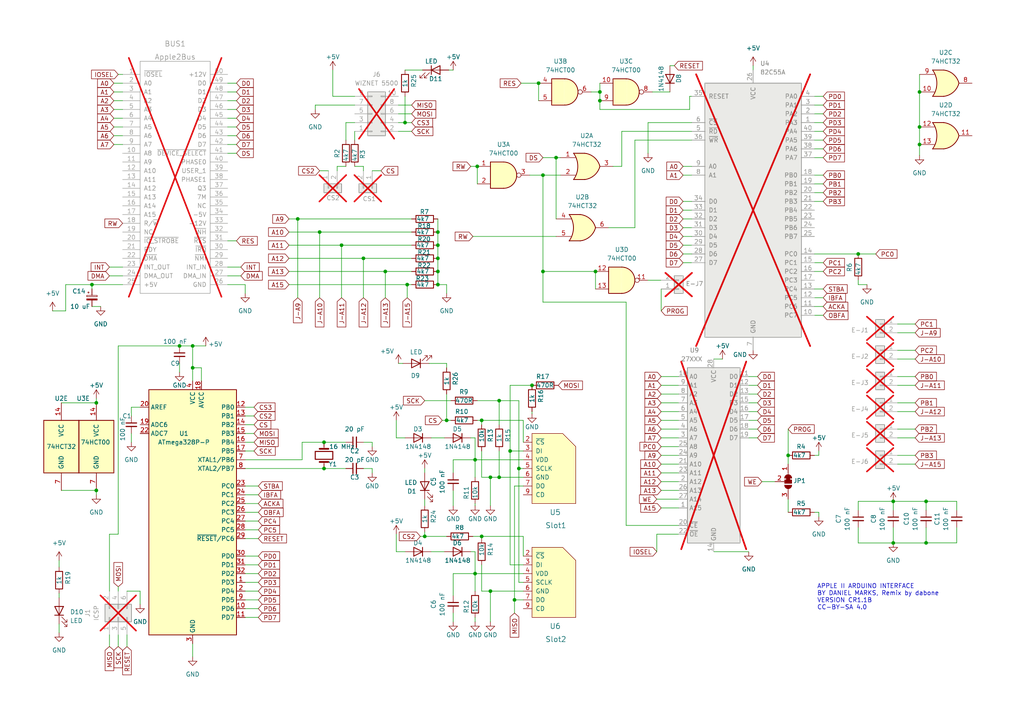
<source format=kicad_sch>
(kicad_sch (version 20231120) (generator "eeschema") (generator_version "8.0")
  (paper "A4")
  (title_block (title "DAN ][ Controller (Cost reduced) ") (date "2025-02-14") (rev "CR1.0A") (company "Original by Daniel L. Marks") (comment 1 "Remix by dabone"))
  (junction (at 27.94 142.24))
  (junction (at 118.11 82.55))
  (junction (at 173.99 26.67))
  (junction (at 52.07 100.33))
  (junction (at 154.305 111.76))
  (junction (at 138.43 48.26))
  (junction (at 137.795 166.37))
  (junction (at 127 67.31))
  (junction (at 259.08 145.415))
  (junction (at 147.955 130.81))
  (junction (at 248.92 73.66))
  (junction (at 129.54 121.92))
  (junction (at 55.88 100.33))
  (junction (at 92.71 67.31))
  (junction (at 55.88 106.68))
  (junction (at 161.29 45.72))
  (junction (at 266.7 41.91))
  (junction (at 266.7 36.83))
  (junction (at 117.475 35.56))
  (junction (at 139.7 155.575))
  (junction (at 99.06 71.12))
  (junction (at 127 82.55))
  (junction (at 144.78 138.43))
  (junction (at 150.495 135.89))
  (junction (at 173.99 29.21))
  (junction (at 142.24 138.43))
  (junction (at 268.605 157.4546))
  (junction (at 144.78 116.205))
  (junction (at 149.225 173.99))
  (junction (at 86.36 63.5))
  (junction (at 157.48 78.74))
  (junction (at 127 71.12))
  (junction (at 137.795 133.35))
  (junction (at 139.7 121.92))
  (junction (at 142.24 171.45))
  (junction (at 228.6 132.08))
  (junction (at 259.08 157.48))
  (junction (at 268.605 145.415))
  (junction (at 93.98 135.89))
  (junction (at 123.19 155.575))
  (junction (at 172.72 78.74))
  (junction (at 26.67 82.55))
  (junction (at 127 78.74))
  (junction (at 157.48 50.8))
  (junction (at 27.94 116.84))
  (junction (at 105.41 74.93))
  (junction (at 127 74.93))
  (junction (at 93.98 128.27))
  (junction (at 156.21 24.13))
  (junction (at 266.7 26.67))
  (junction (at 111.76 78.74))
  (wire (pts (xy 198.12 68.58) (xy 200.66 68.58)))
  (wire (pts (xy 125.095 160.02) (xy 128.905 160.02)))
  (wire (pts (xy 191.77 147.32) (xy 196.85 147.32)))
  (wire (pts (xy 142.24 138.43) (xy 144.78 138.43)))
  (wire (pts (xy 144.78 116.205) (xy 138.43 116.205)))
  (wire (pts (xy 102.87 48.26) (xy 105.41 48.26)))
  (wire (pts (xy 129.54 121.92) (xy 130.81 121.92)))
  (wire (pts (xy 142.24 138.43) (xy 142.24 146.685)))
  (wire (pts (xy 93.98 135.89) (xy 100.33 135.89)))
  (wire (pts (xy 66.04 77.47) (xy 69.85 77.47)))
  (wire (pts (xy 118.11 82.55) (xy 119.38 82.55)))
  (wire (pts (xy 86.36 63.5) (xy 119.38 63.5)))
  (wire (pts (xy 130.175 20.32) (xy 131.445 20.32)))
  (wire (pts (xy 127 74.93) (xy 127 78.74)))
  (wire (pts (xy 228.6 132.08) (xy 228.6 134.62)))
  (wire (pts (xy 260.35 116.84) (xy 265.43 116.84)))
  (wire (pts (xy 236.22 148.59) (xy 237.49 148.59)))
  (wire (pts (xy 191.77 129.54) (xy 196.85 129.54)))
  (wire (pts (xy 131.445 172.72) (xy 131.445 166.37)))
  (wire (pts (xy 236.22 58.42) (xy 238.76 58.42)))
  (wire (pts (xy 217.17 111.76) (xy 219.71 111.76)))
  (wire (pts (xy 177.8 48.26) (xy 180.34 48.26)))
  (wire (pts (xy 102.87 35.56) (xy 100.33 35.56)))
  (wire (pts (xy 260.35 119.38) (xy 265.43 119.38)))
  (wire (pts (xy 83.82 63.5) (xy 86.36 63.5)))
  (wire (pts (xy 107.95 128.27) (xy 105.41 128.27)))
  (wire (pts (xy 200.025 31.75) (xy 200.025 27.94)))
  (wire (pts (xy 127 71.12) (xy 127 74.93)))
  (wire (pts (xy 123.19 154.305) (xy 123.19 155.575)))
  (wire (pts (xy 150.495 116.205) (xy 150.495 135.89)))
  (wire (pts (xy 220.98 139.7) (xy 224.79 139.7)))
  (wire (pts (xy 151.765 121.92) (xy 151.765 128.27)))
  (wire (pts (xy 180.34 48.26) (xy 180.34 38.1)))
  (wire (pts (xy 187.96 35.56) (xy 200.66 35.56)))
  (wire (pts (xy 125.095 127) (xy 128.905 127)))
  (wire (pts (xy 191.77 127) (xy 196.85 127)))
  (wire (pts (xy 71.12 148.59) (xy 74.93 148.59)))
  (wire (pts (xy 277.495 147.955) (xy 277.495 145.415)))
  (wire (pts (xy 99.06 71.12) (xy 99.06 86.36)))
  (wire (pts (xy 114.935 121.92) (xy 114.935 127)))
  (wire (pts (xy 86.36 86.36) (xy 86.36 63.5)))
  (wire (pts (xy 236.22 43.18) (xy 238.76 43.18)))
  (wire (pts (xy 236.22 91.44) (xy 238.76 91.44)))
  (wire (pts (xy 191.77 137.16) (xy 196.85 137.16)))
  (wire (pts (xy 191.77 119.38) (xy 196.85 119.38)))
  (wire (pts (xy 144.78 130.81) (xy 144.78 138.43)))
  (wire (pts (xy 157.48 50.8) (xy 162.56 50.8)))
  (wire (pts (xy 33.02 41.91) (xy 35.56 41.91)))
  (wire (pts (xy 236.22 33.02) (xy 238.76 33.02)))
  (wire (pts (xy 236.22 40.64) (xy 238.76 40.64)))
  (wire (pts (xy 111.76 78.74) (xy 111.76 86.36)))
  (wire (pts (xy 107.95 129.54) (xy 107.95 128.27)))
  (wire (pts (xy 136.525 160.02) (xy 137.795 160.02)))
  (wire (pts (xy 117.475 27.94) (xy 117.475 35.56)))
  (wire (pts (xy 137.795 133.35) (xy 151.765 133.35)))
  (wire (pts (xy 33.02 34.29) (xy 35.56 34.29)))
  (wire (pts (xy 138.43 121.92) (xy 139.7 121.92)))
  (wire (pts (xy 259.08 145.415) (xy 268.605 145.415)))
  (wire (pts (xy 40.64 171.45) (xy 36.83 171.45)))
  (wire (pts (xy 71.12 133.35) (xy 87.63 133.35)))
  (wire (pts (xy 217.17 114.3) (xy 219.71 114.3)))
  (wire (pts (xy 236.22 76.2) (xy 238.76 76.2)))
  (wire (pts (xy 217.17 127) (xy 219.71 127)))
  (wire (pts (xy 191.77 134.62) (xy 196.85 134.62)))
  (wire (pts (xy 34.29 154.94) (xy 34.29 100.33)))
  (wire (pts (xy 33.02 29.21) (xy 35.56 29.21)))
  (wire (pts (xy 33.02 39.37) (xy 35.56 39.37)))
  (wire (pts (xy 260.35 111.76) (xy 265.43 111.76)))
  (wire (pts (xy 92.71 49.53) (xy 95.25 49.53)))
  (wire (pts (xy 151.13 24.13) (xy 156.21 24.13)))
  (wire (pts (xy 171.45 26.67) (xy 173.99 26.67)))
  (wire (pts (xy 117.475 35.56) (xy 119.38 35.56)))
  (wire (pts (xy 137.795 146.05) (xy 137.795 146.685)))
  (wire (pts (xy 236.22 27.94) (xy 238.76 27.94)))
  (wire (pts (xy 191.77 139.7) (xy 196.85 139.7)))
  (wire (pts (xy 129.54 105.41) (xy 129.54 106.68)))
  (wire (pts (xy 147.955 111.76) (xy 154.305 111.76)))
  (wire (pts (xy 139.7 163.83) (xy 139.7 171.45)))
  (wire (pts (xy 117.475 20.32) (xy 122.555 20.32)))
  (wire (pts (xy 71.12 125.73) (xy 73.66 125.73)))
  (wire (pts (xy 139.7 155.575) (xy 151.765 155.575)))
  (wire (pts (xy 260.35 93.98) (xy 265.43 93.98)))
  (wire (pts (xy 115.57 35.56) (xy 117.475 35.56)))
  (wire (pts (xy 144.78 138.43) (xy 151.765 138.43)))
  (wire (pts (xy 137.795 166.37) (xy 137.795 171.45)))
  (wire (pts (xy 31.75 80.01) (xy 35.56 80.01)))
  (wire (pts (xy 58.42 106.68) (xy 55.88 106.68)))
  (wire (pts (xy 71.12 82.55) (xy 71.12 85.09)))
  (wire (pts (xy 71.12 163.83) (xy 74.93 163.83)))
  (wire (pts (xy 136.525 127) (xy 137.795 127)))
  (wire (pts (xy 266.7 21.59) (xy 266.7 26.67)))
  (wire (pts (xy 71.12 151.13) (xy 74.93 151.13)))
  (wire (pts (xy 26.67 82.55) (xy 35.56 82.55)))
  (wire (pts (xy 17.78 142.24) (xy 27.94 142.24)))
  (wire (pts (xy 236.22 35.56) (xy 238.76 35.56)))
  (wire (pts (xy 96.52 27.94) (xy 102.87 27.94)))
  (wire (pts (xy 191.77 83.82) (xy 191.77 90.17)))
  (wire (pts (xy 123.19 135.89) (xy 123.19 137.16)))
  (wire (pts (xy 93.98 128.27) (xy 100.33 128.27)))
  (wire (pts (xy 147.955 130.81) (xy 151.765 130.81)))
  (wire (pts (xy 181.61 152.4) (xy 196.85 152.4)))
  (wire (pts (xy 260.35 109.22) (xy 265.43 109.22)))
  (wire (pts (xy 139.7 138.43) (xy 142.24 138.43)))
  (wire (pts (xy 123.19 155.575) (xy 129.54 155.575)))
  (wire (pts (xy 260.35 96.52) (xy 265.43 96.52)))
  (wire (pts (xy 17.145 172.085) (xy 17.145 173.355)))
  (wire (pts (xy 191.77 111.76) (xy 196.85 111.76)))
  (wire (pts (xy 127 82.55) (xy 129.54 82.55)))
  (wire (pts (xy 127 67.31) (xy 127 71.12)))
  (wire (pts (xy 34.29 184.15) (xy 34.29 187.5028)))
  (wire (pts (xy 17.145 162.56) (xy 17.145 164.465)))
  (wire (pts (xy 33.02 31.75) (xy 35.56 31.75)))
  (wire (pts (xy 173.99 24.13) (xy 173.99 26.67)))
  (wire (pts (xy 55.88 106.68) (xy 55.88 110.49)))
  (wire (pts (xy 198.12 71.12) (xy 200.66 71.12)))
  (wire (pts (xy 71.12 128.27) (xy 73.66 128.27)))
  (wire (pts (xy 17.78 116.84) (xy 27.94 116.84)))
  (wire (pts (xy 198.12 73.66) (xy 200.66 73.66)))
  (wire (pts (xy 27.94 142.24) (xy 27.94 143.51)))
  (wire (pts (xy 156.21 24.13) (xy 156.21 29.21)))
  (wire (pts (xy 173.99 31.75) (xy 200.025 31.75)))
  (wire (pts (xy 181.61 87.63) (xy 181.61 152.4)))
  (wire (pts (xy 236.22 86.36) (xy 238.76 86.36)))
  (wire (pts (xy 114.935 127) (xy 117.475 127)))
  (wire (pts (xy 34.29 170.18) (xy 34.29 171.45)))
  (wire (pts (xy 66.04 31.75) (xy 68.58 31.75)))
  (wire (pts (xy 71.12 156.21) (xy 74.93 156.21)))
  (wire (pts (xy 91.44 30.48) (xy 102.87 30.48)))
  (wire (pts (xy 124.46 105.41) (xy 129.54 105.41)))
  (wire (pts (xy 139.7 155.575) (xy 139.7 156.21)))
  (wire (pts (xy 236.22 132.08) (xy 237.49 132.08)))
  (wire (pts (xy 71.12 146.05) (xy 74.93 146.05)))
  (wire (pts (xy 198.12 60.96) (xy 200.66 60.96)))
  (wire (pts (xy 33.02 24.13) (xy 35.56 24.13)))
  (wire (pts (xy 236.22 50.8) (xy 238.76 50.8)))
  (wire (pts (xy 236.22 53.34) (xy 238.76 53.34)))
  (wire (pts (xy 153.67 50.8) (xy 157.48 50.8)))
  (wire (pts (xy 236.22 73.66) (xy 248.92 73.66)))
  (wire (pts (xy 161.29 45.72) (xy 161.29 63.5)))
  (wire (pts (xy 149.225 140.97) (xy 149.225 173.99)))
  (wire (pts (xy 189.23 26.67) (xy 194.31 26.67)))
  (wire (pts (xy 128.27 121.92) (xy 129.54 121.92)))
  (wire (pts (xy 198.12 63.5) (xy 200.66 63.5)))
  (wire (pts (xy 131.445 177.8) (xy 131.445 180.34)))
  (wire (pts (xy 150.495 135.89) (xy 150.495 168.91)))
  (wire (pts (xy 259.08 145.415) (xy 259.08 147.955)))
  (wire (pts (xy 111.76 78.74) (xy 119.38 78.74)))
  (wire (pts (xy 66.04 29.21) (xy 68.58 29.21)))
  (wire (pts (xy 147.955 163.83) (xy 151.765 163.83)))
  (wire (pts (xy 17.145 180.975) (xy 17.145 183.515)))
  (wire (pts (xy 71.12 179.07) (xy 74.93 179.07)))
  (wire (pts (xy 100.33 48.26) (xy 97.79 48.26)))
  (wire (pts (xy 38.1 118.11) (xy 40.64 118.11)))
  (wire (pts (xy 147.955 130.81) (xy 147.955 111.76)))
  (wire (pts (xy 137.16 68.58) (xy 161.29 68.58)))
  (wire (pts (xy 96.52 20.32) (xy 96.52 27.94)))
  (wire (pts (xy 34.29 21.59) (xy 35.56 21.59)))
  (wire (pts (xy 161.29 45.72) (xy 162.56 45.72)))
  (wire (pts (xy 66.04 44.45) (xy 68.58 44.45)))
  (wire (pts (xy 277.495 153.035) (xy 277.495 157.4546)))
  (wire (pts (xy 83.82 78.74) (xy 111.76 78.74)))
  (wire (pts (xy 191.77 132.08) (xy 196.85 132.08)))
  (wire (pts (xy 26.67 88.9) (xy 29.21 88.9)))
  (wire (pts (xy 144.78 116.205) (xy 150.495 116.205)))
  (wire (pts (xy 260.35 132.08) (xy 265.43 132.08)))
  (wire (pts (xy 26.67 82.55) (xy 26.67 83.82)))
  (wire (pts (xy 157.48 78.74) (xy 172.72 78.74)))
  (wire (pts (xy 260.35 134.62) (xy 265.43 134.62)))
  (wire (pts (xy 100.33 35.56) (xy 100.33 40.64)))
  (wire (pts (xy 259.08 157.48) (xy 268.605 157.48)))
  (wire (pts (xy 248.92 145.415) (xy 248.92 147.955)))
  (wire (pts (xy 198.12 66.04) (xy 200.66 66.04)))
  (wire (pts (xy 217.17 109.22) (xy 219.71 109.22)))
  (wire (pts (xy 66.04 82.55) (xy 71.12 82.55)))
  (wire (pts (xy 190.5 144.78) (xy 196.85 144.78)))
  (wire (pts (xy 107.95 49.53) (xy 110.49 49.53)))
  (wire (pts (xy 190.5 160.02) (xy 190.5 154.94)))
  (wire (pts (xy 150.495 168.91) (xy 151.765 168.91)))
  (wire (pts (xy 91.44 31.75) (xy 91.44 30.48)))
  (wire (pts (xy 228.6 144.78) (xy 228.6 148.59)))
  (wire (pts (xy 66.04 80.01) (xy 69.85 80.01)))
  (wire (pts (xy 151.765 161.29) (xy 151.765 155.575)))
  (wire (pts (xy 266.7 26.67) (xy 266.7 36.83)))
  (wire (pts (xy 139.7 130.81) (xy 139.7 138.43)))
  (wire (pts (xy 137.795 160.02) (xy 137.795 166.37)))
  (wire (pts (xy 92.71 67.31) (xy 92.71 86.36)))
  (wire (pts (xy 137.795 179.07) (xy 137.795 180.34)))
  (wire (pts (xy 83.82 82.55) (xy 118.11 82.55)))
  (wire (pts (xy 71.12 173.99) (xy 74.93 173.99)))
  (wire (pts (xy 191.77 142.24) (xy 196.85 142.24)))
  (wire (pts (xy 123.19 144.78) (xy 123.19 146.685)))
  (wire (pts (xy 157.48 78.74) (xy 157.48 87.63)))
  (wire (pts (xy 149.225 177.8) (xy 149.225 173.99)))
  (wire (pts (xy 217.17 119.38) (xy 219.71 119.38)))
  (wire (pts (xy 58.42 110.49) (xy 58.42 106.68)))
  (wire (pts (xy 173.99 26.67) (xy 173.99 29.21)))
  (wire (pts (xy 38.1 120.65) (xy 38.1 118.11)))
  (wire (pts (xy 248.92 157.48) (xy 259.08 157.48)))
  (wire (pts (xy 260.35 101.6) (xy 265.43 101.6)))
  (wire (pts (xy 260.35 104.14) (xy 265.43 104.14)))
  (wire (pts (xy 136.525 48.26) (xy 138.43 48.26)))
  (wire (pts (xy 71.12 171.45) (xy 74.93 171.45)))
  (wire (pts (xy 114.935 154.94) (xy 114.935 160.02)))
  (wire (pts (xy 137.795 138.43) (xy 137.795 133.35)))
  (wire (pts (xy 127 63.5) (xy 127 67.31)))
  (wire (pts (xy 66.04 26.67) (xy 68.58 26.67)))
  (wire (pts (xy 248.92 81.28) (xy 248.92 82.55)))
  (wire (pts (xy 191.77 121.92) (xy 196.85 121.92)))
  (wire (pts (xy 248.92 73.66) (xy 254 73.66)))
  (wire (pts (xy 268.605 153.035) (xy 268.605 157.4546)))
  (wire (pts (xy 66.04 39.37) (xy 68.58 39.37)))
  (wire (pts (xy 157.48 50.8) (xy 157.48 78.74)))
  (wire (pts (xy 102.87 38.1) (xy 102.87 40.64)))
  (wire (pts (xy 66.04 36.83) (xy 68.58 36.83)))
  (wire (pts (xy 139.7 171.45) (xy 142.24 171.45)))
  (wire (pts (xy 236.22 83.82) (xy 238.76 83.82)))
  (wire (pts (xy 228.6 124.46) (xy 228.6 132.08)))
  (wire (pts (xy 114.935 160.02) (xy 117.475 160.02)))
  (wire (pts (xy 154.305 119.38) (xy 154.305 120.015)))
  (wire (pts (xy 55.88 100.33) (xy 55.88 106.68)))
  (wire (pts (xy 149.225 173.99) (xy 151.765 173.99)))
  (wire (pts (xy 259.08 153.035) (xy 259.08 157.48)))
  (wire (pts (xy 99.06 71.12) (xy 119.38 71.12)))
  (wire (pts (xy 157.48 87.63) (xy 181.61 87.63)))
  (wire (pts (xy 87.63 133.35) (xy 87.63 128.27)))
  (wire (pts (xy 248.92 82.55) (xy 251.46 82.55)))
  (wire (pts (xy 237.49 148.59) (xy 237.49 149.86)))
  (wire (pts (xy 147.955 163.83) (xy 147.955 130.81)))
  (wire (pts (xy 52.07 105.41) (xy 52.07 107.95)))
  (wire (pts (xy 266.7 41.91) (xy 266.7 45.085)))
  (wire (pts (xy 200.025 27.94) (xy 200.66 27.94)))
  (wire (pts (xy 194.31 19.05) (xy 195.58 19.05)))
  (wire (pts (xy 237.49 132.08) (xy 237.49 130.81)))
  (wire (pts (xy 34.29 100.33) (xy 52.07 100.33)))
  (wire (pts (xy 149.225 140.97) (xy 151.765 140.97)))
  (wire (pts (xy 66.04 69.85) (xy 68.58 69.85)))
  (wire (pts (xy 131.445 137.16) (xy 131.445 133.35)))
  (wire (pts (xy 138.43 48.26) (xy 138.43 53.34)))
  (wire (pts (xy 268.605 145.415) (xy 268.605 147.955)))
  (wire (pts (xy 131.445 133.35) (xy 137.795 133.35)))
  (wire (pts (xy 139.7 121.92) (xy 139.7 123.19)))
  (wire (pts (xy 118.11 82.55) (xy 118.11 86.36)))
  (wire (pts (xy 268.605 145.415) (xy 277.495 145.415)))
  (wire (pts (xy 236.22 38.1) (xy 238.76 38.1)))
  (wire (pts (xy 66.04 41.91) (xy 68.58 41.91)))
  (wire (pts (xy 184.15 66.04) (xy 184.15 40.64)))
  (wire (pts (xy 115.57 38.1) (xy 119.38 38.1)))
  (wire (pts (xy 71.12 176.53) (xy 74.93 176.53)))
  (wire (pts (xy 55.88 100.33) (xy 59.69 100.33)))
  (wire (pts (xy 236.22 30.48) (xy 238.76 30.48)))
  (wire (pts (xy 105.41 74.93) (xy 119.38 74.93)))
  (wire (pts (xy 71.12 161.29) (xy 74.93 161.29)))
  (wire (pts (xy 217.17 116.84) (xy 219.71 116.84)))
  (wire (pts (xy 217.17 160.02) (xy 207.01 160.02)))
  (wire (pts (xy 198.12 50.8) (xy 200.66 50.8)))
  (wire (pts (xy 157.48 45.72) (xy 161.29 45.72)))
  (wire (pts (xy 187.96 44.45) (xy 187.96 35.56)))
  (wire (pts (xy 121.92 155.575) (xy 123.19 155.575)))
  (wire (pts (xy 217.17 124.46) (xy 219.71 124.46)))
  (wire (pts (xy 66.04 24.13) (xy 68.58 24.13)))
  (wire (pts (xy 71.12 118.11) (xy 73.66 118.11)))
  (wire (pts (xy 115.57 30.48) (xy 119.38 30.48)))
  (wire (pts (xy 83.82 74.93) (xy 105.41 74.93)))
  (wire (pts (xy 144.78 123.19) (xy 144.78 116.205)))
  (wire (pts (xy 180.34 38.1) (xy 200.66 38.1)))
  (wire (pts (xy 191.77 116.84) (xy 196.85 116.84)))
  (wire (pts (xy 172.72 78.74) (xy 172.72 83.82)))
  (wire (pts (xy 87.63 128.27) (xy 93.98 128.27)))
  (wire (pts (xy 187.96 81.28) (xy 191.77 81.28)))
  (wire (pts (xy 236.22 55.88) (xy 238.76 55.88)))
  (wire (pts (xy 71.12 143.51) (xy 74.93 143.51)))
  (wire (pts (xy 71.12 140.97) (xy 74.93 140.97)))
  (wire (pts (xy 198.12 76.2) (xy 200.66 76.2)))
  (wire (pts (xy 19.05 82.55) (xy 19.05 90.17)))
  (wire (pts (xy 191.77 114.3) (xy 196.85 114.3)))
  (wire (pts (xy 83.82 71.12) (xy 99.06 71.12)))
  (wire (pts (xy 115.57 33.02) (xy 119.38 33.02)))
  (wire (pts (xy 142.24 171.45) (xy 151.765 171.45)))
  (wire (pts (xy 27.94 115.57) (xy 27.94 116.84)))
  (wire (pts (xy 19.05 82.55) (xy 26.67 82.55)))
  (wire (pts (xy 71.12 135.89) (xy 93.98 135.89)))
  (wire (pts (xy 33.02 26.67) (xy 35.56 26.67)))
  (wire (pts (xy 71.12 153.67) (xy 74.93 153.67)))
  (wire (pts (xy 40.64 175.26) (xy 40.64 171.45)))
  (wire (pts (xy 71.12 168.91) (xy 74.93 168.91)))
  (wire (pts (xy 107.95 135.89) (xy 105.41 135.89)))
  (wire (pts (xy 31.75 184.15) (xy 31.75 187.5028)))
  (wire (pts (xy 191.77 109.22) (xy 196.85 109.22)))
  (wire (pts (xy 71.12 123.19) (xy 73.66 123.19)))
  (wire (pts (xy 71.12 120.65) (xy 73.66 120.65)))
  (wire (pts (xy 52.07 100.33) (xy 55.88 100.33)))
  (wire (pts (xy 207.01 104.14) (xy 209.55 104.14)))
  (wire (pts (xy 259.08 145.415) (xy 248.92 145.415)))
  (wire (pts (xy 129.54 114.3) (xy 129.54 121.92)))
  (wire (pts (xy 137.795 133.35) (xy 137.795 127)))
  (wire (pts (xy 107.95 135.89) (xy 107.95 137.16)))
  (wire (pts (xy 268.605 157.4546) (xy 268.605 157.48)))
  (wire (pts (xy 36.83 184.15) (xy 36.83 187.5536)))
  (wire (pts (xy 92.71 67.31) (xy 119.38 67.31)))
  (wire (pts (xy 55.88 186.69) (xy 55.88 190.5)))
  (wire (pts (xy 129.54 82.55) (xy 129.54 85.09)))
  (wire (pts (xy 71.12 130.81) (xy 73.66 130.81)))
  (wire (pts (xy 190.5 154.94) (xy 196.85 154.94)))
  (wire (pts (xy 123.19 116.205) (xy 130.81 116.205)))
  (wire (pts (xy 105.41 74.93) (xy 105.41 86.36)))
  (wire (pts (xy 266.7 36.83) (xy 266.7 41.91)))
  (wire (pts (xy 131.445 142.24) (xy 131.445 146.685)))
  (wire (pts (xy 184.15 40.64) (xy 200.66 40.64)))
  (wire (pts (xy 176.53 66.04) (xy 184.15 66.04)))
  (wire (pts (xy 236.22 78.74) (xy 238.76 78.74)))
  (wire (pts (xy 31.75 77.47) (xy 35.56 77.47)))
  (wire (pts (xy 139.7 155.575) (xy 137.16 155.575)))
  (wire (pts (xy 260.35 124.46) (xy 265.43 124.46)))
  (wire (pts (xy 19.05 90.17) (xy 15.24 90.17)))
  (wire (pts (xy 137.795 166.37) (xy 151.765 166.37)))
  (wire (pts (xy 97.79 48.26) (xy 97.79 49.53)))
  (wire (pts (xy 248.92 153.035) (xy 248.92 157.48)))
  (wire (pts (xy 33.02 36.83) (xy 35.56 36.83)))
  (wire (pts (xy 260.35 127) (xy 265.43 127)))
  (wire (pts (xy 198.12 48.26) (xy 200.66 48.26)))
  (wire (pts (xy 115.57 105.41) (xy 116.84 105.41)))
  (wire (pts (xy 38.1 125.73) (xy 38.1 128.27)))
  (wire (pts (xy 236.22 88.9) (xy 238.76 88.9)))
  (wire (pts (xy 277.495 157.4546) (xy 268.605 157.4546)))
  (wire (pts (xy 139.7 121.92) (xy 151.765 121.92)))
  (wire (pts (xy 236.22 45.72) (xy 238.76 45.72)))
  (wire (pts (xy 83.82 67.31) (xy 92.71 67.31)))
  (wire (pts (xy 218.44 19.05) (xy 218.44 20.32)))
  (wire (pts (xy 131.445 166.37) (xy 137.795 166.37)))
  (wire (pts (xy 127 78.74) (xy 127 82.55)))
  (wire (pts (xy 71.12 166.37) (xy 74.93 166.37)))
  (wire (pts (xy 142.24 171.45) (xy 142.24 180.34)))
  (wire (pts (xy 198.12 58.42) (xy 200.66 58.42)))
  (wire (pts (xy 66.04 34.29) (xy 68.58 34.29)))
  (wire (pts (xy 31.75 154.94) (xy 31.75 171.45)))
  (wire (pts (xy 173.99 29.21) (xy 173.99 31.75)))
  (wire (pts (xy 31.75 154.94) (xy 34.29 154.94)))
  (wire (pts (xy 217.17 121.92) (xy 219.71 121.92)))
  (wire (pts (xy 191.77 124.46) (xy 196.85 124.46)))
  (wire (pts (xy 105.41 48.26) (xy 105.41 49.53)))
  (wire (pts (xy 150.495 135.89) (xy 151.765 135.89)))
  (text "APPLE II ARDUINO INTERFACE\nBY DANIEL MARKS, Remix by dabone\nVERSION CR1.1B\nCC-BY-SA 4.0\n" (at 236.982 177.038 0) (effects (font (size 1.27 1.27)) (justify left bottom)))
  (global_label "SCK" (shape input) (at 119.38 38.1 0) (property "Intersheetrefs" "${INTERSHEET_REFS}" (effects (hide yes))))
  (global_label "D5" (shape input) (at 219.71 121.92 0) (property "Intersheetrefs" "${INTERSHEET_REFS}" (effects (hide yes))))
  (global_label "J-A15" (shape input) (at 118.11 86.36 270) (property "Intersheetrefs" "${INTERSHEET_REFS}" (effects (hide yes))))
  (global_label "A13" (shape input) (at 191.77 142.24 180) (property "Intersheetrefs" "${INTERSHEET_REFS}" (effects (hide yes))))
  (global_label "MOSI" (shape input) (at 119.38 33.02 0) (property "Intersheetrefs" "${INTERSHEET_REFS}" (effects (hide yes))))
  (global_label "IOSEL" (shape input) (at 190.5 160.02 180) (property "Intersheetrefs" "${INTERSHEET_REFS}" (effects (hide yes))))
  (global_label "RESET" (shape input) (at 36.83 187.5536 270) (property "Intersheetrefs" "${INTERSHEET_REFS}" (effects (hide yes))))
  (global_label "A3" (shape input) (at 33.02 31.75 180) (property "Intersheetrefs" "${INTERSHEET_REFS}" (effects (hide yes))))
  (global_label "ACKA" (shape input) (at 238.76 88.9 0) (property "Intersheetrefs" "${INTERSHEET_REFS}" (effects (hide yes))))
  (global_label "A12" (shape input) (at 83.82 74.93 180) (property "Intersheetrefs" "${INTERSHEET_REFS}" (effects (hide yes))))
  (global_label "MISO" (shape input) (at 149.225 177.8 270) (property "Intersheetrefs" "${INTERSHEET_REFS}" (effects (hide yes))))
  (global_label "PD7" (shape input) (at 74.93 179.07 0) (property "Intersheetrefs" "${INTERSHEET_REFS}" (effects (hide yes))))
  (global_label "PD2" (shape input) (at 238.76 33.02 0) (property "Intersheetrefs" "${INTERSHEET_REFS}" (effects (hide yes))))
  (global_label "D0" (shape input) (at 68.58 24.13 0) (property "Intersheetrefs" "${INTERSHEET_REFS}" (effects (hide yes))))
  (global_label "PD2" (shape input) (at 74.93 166.37 0) (property "Intersheetrefs" "${INTERSHEET_REFS}" (effects (hide yes))))
  (global_label "CS2" (shape input) (at 121.92 155.575 180) (property "Intersheetrefs" "${INTERSHEET_REFS}" (effects (hide yes))))
  (global_label "DS" (shape input) (at 68.58 44.45 0) (property "Intersheetrefs" "${INTERSHEET_REFS}" (effects (hide yes))))
  (global_label "A4" (shape input) (at 33.02 34.29 180) (property "Intersheetrefs" "${INTERSHEET_REFS}" (effects (hide yes))))
  (global_label "J-A10" (shape input) (at 92.71 86.36 270) (property "Intersheetrefs" "${INTERSHEET_REFS}" (effects (hide yes))))
  (global_label "A12" (shape input) (at 191.77 139.7 180) (property "Intersheetrefs" "${INTERSHEET_REFS}" (effects (hide yes))))
  (global_label "PROG" (shape input) (at 191.77 90.17 0) (property "Intersheetrefs" "${INTERSHEET_REFS}" (effects (hide yes))))
  (global_label "DMA" (shape input) (at 69.85 80.01 0) (property "Intersheetrefs" "${INTERSHEET_REFS}" (effects (hide yes))))
  (global_label "D5" (shape input) (at 68.58 36.83 0) (property "Intersheetrefs" "${INTERSHEET_REFS}" (effects (hide yes))))
  (global_label "PC1" (shape input) (at 265.43 93.98 0) (property "Intersheetrefs" "${INTERSHEET_REFS}" (effects (hide yes))))
  (global_label "PB2" (shape input) (at 238.76 55.88 0) (property "Intersheetrefs" "${INTERSHEET_REFS}" (effects (hide yes))))
  (global_label "RES" (shape input) (at 151.13 24.13 180) (property "Intersheetrefs" "${INTERSHEET_REFS}" (effects (hide yes))))
  (global_label "DS" (shape input) (at 157.48 45.72 180) (property "Intersheetrefs" "${INTERSHEET_REFS}" (effects (hide yes))))
  (global_label "PB0" (shape input) (at 265.43 109.22 0) (property "Intersheetrefs" "${INTERSHEET_REFS}" (effects (hide yes))))
  (global_label "D5" (shape input) (at 198.12 71.12 180) (property "Intersheetrefs" "${INTERSHEET_REFS}" (effects (hide yes))))
  (global_label "D4" (shape input) (at 68.58 34.29 0) (property "Intersheetrefs" "${INTERSHEET_REFS}" (effects (hide yes))))
  (global_label "J-A12" (shape input) (at 105.41 86.36 270) (property "Intersheetrefs" "${INTERSHEET_REFS}" (effects (hide yes))))
  (global_label "A9" (shape input) (at 191.77 132.08 180) (property "Intersheetrefs" "${INTERSHEET_REFS}" (effects (hide yes))))
  (global_label "MISO" (shape input) (at 31.75 187.5028 270) (property "Intersheetrefs" "${INTERSHEET_REFS}" (effects (hide yes))))
  (global_label "D1" (shape input) (at 198.12 60.96 180) (property "Intersheetrefs" "${INTERSHEET_REFS}" (effects (hide yes))))
  (global_label "D3" (shape input) (at 68.58 31.75 0) (property "Intersheetrefs" "${INTERSHEET_REFS}" (effects (hide yes))))
  (global_label "A13" (shape input) (at 83.82 78.74 180) (property "Intersheetrefs" "${INTERSHEET_REFS}" (effects (hide yes))))
  (global_label "J-A10" (shape input) (at 265.43 104.14 0) (property "Intersheetrefs" "${INTERSHEET_REFS}" (effects (hide yes))))
  (global_label "J-A13" (shape input) (at 111.76 86.36 270) (property "Intersheetrefs" "${INTERSHEET_REFS}" (effects (hide yes))))
  (global_label "PC0" (shape input) (at 191.77 129.54 180) (property "Intersheetrefs" "${INTERSHEET_REFS}" (effects (hide yes))))
  (global_label "J-A9" (shape input) (at 265.43 96.52 0) (property "Intersheetrefs" "${INTERSHEET_REFS}" (effects (hide yes))))
  (global_label "RES" (shape input) (at 68.58 69.85 0) (property "Intersheetrefs" "${INTERSHEET_REFS}" (effects (hide yes))))
  (global_label "CS2" (shape input) (at 92.71 49.53 180) (property "Intersheetrefs" "${INTERSHEET_REFS}" (effects (hide yes))))
  (global_label "PC2" (shape input) (at 265.43 101.6 0) (property "Intersheetrefs" "${INTERSHEET_REFS}" (effects (hide yes))))
  (global_label "A10" (shape input) (at 191.77 134.62 180) (property "Intersheetrefs" "${INTERSHEET_REFS}" (effects (hide yes))))
  (global_label "A7" (shape input) (at 33.02 41.91 180) (property "Intersheetrefs" "${INTERSHEET_REFS}" (effects (hide yes))))
  (global_label "D7" (shape input) (at 219.71 127 0) (property "Intersheetrefs" "${INTERSHEET_REFS}" (effects (hide yes))))
  (global_label "J-A11" (shape input) (at 99.06 86.36 270) (property "Intersheetrefs" "${INTERSHEET_REFS}" (effects (hide yes))))
  (global_label "D7" (shape input) (at 198.12 76.2 180) (property "Intersheetrefs" "${INTERSHEET_REFS}" (effects (hide yes))))
  (global_label "MOSI" (shape input) (at 73.66 125.73 0) (property "Intersheetrefs" "${INTERSHEET_REFS}" (effects (hide yes))))
  (global_label "MISO" (shape input) (at 73.66 128.27 0) (property "Intersheetrefs" "${INTERSHEET_REFS}" (effects (hide yes))))
  (global_label "A5" (shape input) (at 33.02 36.83 180) (property "Intersheetrefs" "${INTERSHEET_REFS}" (effects (hide yes))))
  (global_label "PD3" (shape input) (at 238.76 35.56 0) (property "Intersheetrefs" "${INTERSHEET_REFS}" (effects (hide yes))))
  (global_label "A0" (shape input) (at 191.77 109.22 180) (property "Intersheetrefs" "${INTERSHEET_REFS}" (effects (hide yes))))
  (global_label "D0" (shape input) (at 219.71 109.22 0) (property "Intersheetrefs" "${INTERSHEET_REFS}" (effects (hide yes))))
  (global_label "D3" (shape input) (at 219.71 116.84 0) (property "Intersheetrefs" "${INTERSHEET_REFS}" (effects (hide yes))))
  (global_label "ACKA" (shape input) (at 74.93 146.05 0) (property "Intersheetrefs" "${INTERSHEET_REFS}" (effects (hide yes))))
  (global_label "A15" (shape input) (at 191.77 147.32 180) (property "Intersheetrefs" "${INTERSHEET_REFS}" (effects (hide yes))))
  (global_label "OBFA" (shape input) (at 74.93 148.59 0) (property "Intersheetrefs" "${INTERSHEET_REFS}" (effects (hide yes))))
  (global_label "MOSI" (shape input) (at 161.925 111.76 0) (property "Intersheetrefs" "${INTERSHEET_REFS}" (effects (hide yes))))
  (global_label "D2" (shape input) (at 198.12 63.5 180) (property "Intersheetrefs" "${INTERSHEET_REFS}" (effects (hide yes))))
  (global_label "PROG" (shape input) (at 228.6 124.46 0) (property "Intersheetrefs" "${INTERSHEET_REFS}" (effects (hide yes))))
  (global_label "IBFA" (shape input) (at 238.76 86.36 0) (property "Intersheetrefs" "${INTERSHEET_REFS}" (effects (hide yes))))
  (global_label "STBA" (shape input) (at 238.76 83.82 0) (property "Intersheetrefs" "${INTERSHEET_REFS}" (effects (hide yes))))
  (global_label "J-A9" (shape input) (at 86.36 86.36 270) (property "Intersheetrefs" "${INTERSHEET_REFS}" (effects (hide yes))))
  (global_label "J-A12" (shape input) (at 265.43 119.38 0) (property "Intersheetrefs" "${INTERSHEET_REFS}" (effects (hide yes))))
  (global_label "PD5" (shape input) (at 238.76 40.64 0) (property "Intersheetrefs" "${INTERSHEET_REFS}" (effects (hide yes))))
  (global_label "CS" (shape input) (at 73.66 123.19 0) (property "Intersheetrefs" "${INTERSHEET_REFS}" (effects (hide yes))))
  (global_label "RW" (shape input) (at 137.16 68.58 180) (property "Intersheetrefs" "${INTERSHEET_REFS}" (effects (hide yes))))
  (global_label "A7" (shape input) (at 191.77 127 180) (property "Intersheetrefs" "${INTERSHEET_REFS}" (effects (hide yes))))
  (global_label "IBFA" (shape input) (at 74.93 143.51 0) (property "Intersheetrefs" "${INTERSHEET_REFS}" (effects (hide yes))))
  (global_label "A0" (shape input) (at 33.02 24.13 180) (property "Intersheetrefs" "${INTERSHEET_REFS}" (effects (hide yes))))
  (global_label "J-A15" (shape input) (at 265.43 134.62 0) (property "Intersheetrefs" "${INTERSHEET_REFS}" (effects (hide yes))))
  (global_label "A4" (shape input) (at 191.77 119.38 180) (property "Intersheetrefs" "${INTERSHEET_REFS}" (effects (hide yes))))
  (global_label "PD7" (shape input) (at 238.76 45.72 0) (property "Intersheetrefs" "${INTERSHEET_REFS}" (effects (hide yes))))
  (global_label "PD4" (shape input) (at 238.76 38.1 0) (property "Intersheetrefs" "${INTERSHEET_REFS}" (effects (hide yes))))
  (global_label "D6" (shape input) (at 198.12 73.66 180) (property "Intersheetrefs" "${INTERSHEET_REFS}" (effects (hide yes))))
  (global_label "D4" (shape input) (at 219.71 119.38 0) (property "Intersheetrefs" "${INTERSHEET_REFS}" (effects (hide yes))))
  (global_label "INT" (shape input) (at 69.85 77.47 0) (property "Intersheetrefs" "${INTERSHEET_REFS}" (effects (hide yes))))
  (global_label "PD5" (shape input) (at 74.93 173.99 0) (property "Intersheetrefs" "${INTERSHEET_REFS}" (effects (hide yes))))
  (global_label "D0" (shape input) (at 198.12 58.42 180) (property "Intersheetrefs" "${INTERSHEET_REFS}" (effects (hide yes))))
  (global_label "J-A11" (shape input) (at 265.43 111.76 0) (property "Intersheetrefs" "${INTERSHEET_REFS}" (effects (hide yes))))
  (global_label "CS2" (shape input) (at 73.66 120.65 0) (property "Intersheetrefs" "${INTERSHEET_REFS}" (effects (hide yes))))
  (global_label "RW" (shape input) (at 35.56 64.77 180) (property "Intersheetrefs" "${INTERSHEET_REFS}" (effects (hide yes))))
  (global_label "CS" (shape input) (at 110.49 49.53 0) (property "Intersheetrefs" "${INTERSHEET_REFS}" (effects (hide yes))))
  (global_label "IOSEL" (shape input) (at 34.29 21.59 180) (property "Intersheetrefs" "${INTERSHEET_REFS}" (effects (hide yes))))
  (global_label "PB3" (shape input) (at 238.76 58.42 0) (property "Intersheetrefs" "${INTERSHEET_REFS}" (effects (hide yes))))
  (global_label "A1" (shape input) (at 191.77 111.76 180) (property "Intersheetrefs" "${INTERSHEET_REFS}" (effects (hide yes))))
  (global_label "D2" (shape input) (at 219.71 114.3 0) (property "Intersheetrefs" "${INTERSHEET_REFS}" (effects (hide yes))))
  (global_label "PD1" (shape input) (at 74.93 163.83 0) (property "Intersheetrefs" "${INTERSHEET_REFS}" (effects (hide yes))))
  (global_label "D6" (shape input) (at 219.71 124.46 0) (property "Intersheetrefs" "${INTERSHEET_REFS}" (effects (hide yes))))
  (global_label "PC2" (shape input) (at 238.76 78.74 0) (property "Intersheetrefs" "${INTERSHEET_REFS}" (effects (hide yes))))
  (global_label "RESET" (shape input) (at 195.58 19.05 0) (property "Intersheetrefs" "${INTERSHEET_REFS}" (effects (hide yes))))
  (global_label "PC5" (shape input) (at 74.93 153.67 0) (property "Intersheetrefs" "${INTERSHEET_REFS}" (effects (hide yes))))
  (global_label "MISO" (shape input) (at 119.38 30.48 0) (property "Intersheetrefs" "${INTERSHEET_REFS}" (effects (hide yes))))
  (global_label "D7" (shape input) (at 68.58 41.91 0) (property "Intersheetrefs" "${INTERSHEET_REFS}" (effects (hide yes))))
  (global_label "A9" (shape input) (at 83.82 63.5 180) (property "Intersheetrefs" "${INTERSHEET_REFS}" (effects (hide yes))))
  (global_label "SCK" (shape input) (at 34.29 187.5028 270) (property "Intersheetrefs" "${INTERSHEET_REFS}" (effects (hide yes))))
  (global_label "DMA" (shape input) (at 31.75 80.01 180) (property "Intersheetrefs" "${INTERSHEET_REFS}" (effects (hide yes))))
  (global_label "CS3" (shape input) (at 73.66 118.11 0) (property "Intersheetrefs" "${INTERSHEET_REFS}" (effects (hide yes))))
  (global_label "PD3" (shape input) (at 74.93 168.91 0) (property "Intersheetrefs" "${INTERSHEET_REFS}" (effects (hide yes))))
  (global_label "PC0" (shape input) (at 254 73.66 0) (property "Intersheetrefs" "${INTERSHEET_REFS}" (effects (hide yes))))
  (global_label "A10" (shape input) (at 83.82 67.31 180) (property "Intersheetrefs" "${INTERSHEET_REFS}" (effects (hide yes))))
  (global_label "PB3" (shape input) (at 265.43 132.08 0) (property "Intersheetrefs" "${INTERSHEET_REFS}" (effects (hide yes))))
  (global_label "A5" (shape input) (at 191.77 121.92 180) (property "Intersheetrefs" "${INTERSHEET_REFS}" (effects (hide yes))))
  (global_label "A6" (shape input) (at 33.02 39.37 180) (property "Intersheetrefs" "${INTERSHEET_REFS}" (effects (hide yes))))
  (global_label "RW" (shape input) (at 136.525 48.26 180) (property "Intersheetrefs" "${INTERSHEET_REFS}" (effects (hide yes))))
  (global_label "PB0" (shape input) (at 238.76 50.8 0) (property "Intersheetrefs" "${INTERSHEET_REFS}" (effects (hide yes))))
  (global_label "A1" (shape input) (at 33.02 26.67 180) (property "Intersheetrefs" "${INTERSHEET_REFS}" (effects (hide yes))))
  (global_label "A6" (shape input) (at 191.77 124.46 180) (property "Intersheetrefs" "${INTERSHEET_REFS}" (effects (hide yes))))
  (global_label "A11" (shape input) (at 83.82 71.12 180) (property "Intersheetrefs" "${INTERSHEET_REFS}" (effects (hide yes))))
  (global_label "PD1" (shape input) (at 238.76 30.48 0) (property "Intersheetrefs" "${INTERSHEET_REFS}" (effects (hide yes))))
  (global_label "PD0" (shape input) (at 238.76 27.94 0) (property "Intersheetrefs" "${INTERSHEET_REFS}" (effects (hide yes))))
  (global_label "D1" (shape input) (at 219.71 111.76 0) (property "Intersheetrefs" "${INTERSHEET_REFS}" (effects (hide yes))))
  (global_label "A0" (shape input) (at 198.12 48.26 180) (property "Intersheetrefs" "${INTERSHEET_REFS}" (effects (hide yes))))
  (global_label "RESET" (shape input) (at 74.93 156.21 0) (property "Intersheetrefs" "${INTERSHEET_REFS}" (effects (hide yes))))
  (global_label "PD6" (shape input) (at 74.93 176.53 0) (property "Intersheetrefs" "${INTERSHEET_REFS}" (effects (hide yes))))
  (global_label "WE" (shape input) (at 220.98 139.7 180) (property "Intersheetrefs" "${INTERSHEET_REFS}" (effects (hide yes))))
  (global_label "SCK" (shape input) (at 123.19 116.205 180) (property "Intersheetrefs" "${INTERSHEET_REFS}" (effects (hide yes))))
  (global_label "PD0" (shape input) (at 74.93 161.29 0) (property "Intersheetrefs" "${INTERSHEET_REFS}" (effects (hide yes))))
  (global_label "D2" (shape input) (at 68.58 29.21 0) (property "Intersheetrefs" "${INTERSHEET_REFS}" (effects (hide yes))))
  (global_label "PB1" (shape input) (at 238.76 53.34 0) (property "Intersheetrefs" "${INTERSHEET_REFS}" (effects (hide yes))))
  (global_label "CS" (shape input) (at 128.27 121.92 180) (property "Intersheetrefs" "${INTERSHEET_REFS}" (effects (hide yes))))
  (global_label "A11" (shape input) (at 191.77 137.16 180) (property "Intersheetrefs" "${INTERSHEET_REFS}" (effects (hide yes))))
  (global_label "INT" (shape input) (at 31.75 77.47 180) (property "Intersheetrefs" "${INTERSHEET_REFS}" (effects (hide yes))))
  (global_label "MOSI" (shape input) (at 34.29 170.18 90) (property "Intersheetrefs" "${INTERSHEET_REFS}" (effects (hide yes))))
  (global_label "PB2" (shape input) (at 265.43 124.46 0) (property "Intersheetrefs" "${INTERSHEET_REFS}" (effects (hide yes))))
  (global_label "D1" (shape input) (at 68.58 26.67 0) (property "Intersheetrefs" "${INTERSHEET_REFS}" (effects (hide yes))))
  (global_label "SCK" (shape input) (at 73.66 130.81 0) (property "Intersheetrefs" "${INTERSHEET_REFS}" (effects (hide yes))))
  (global_label "D6" (shape input) (at 68.58 39.37 0) (property "Intersheetrefs" "${INTERSHEET_REFS}" (effects (hide yes))))
  (global_label "STBA" (shape input) (at 74.93 140.97 0) (property "Intersheetrefs" "${INTERSHEET_REFS}" (effects (hide yes))))
  (global_label "A2" (shape input) (at 33.02 29.21 180) (property "Intersheetrefs" "${INTERSHEET_REFS}" (effects (hide yes))))
  (global_label "CS3" (shape input) (at 119.38 35.56 0) (property "Intersheetrefs" "${INTERSHEET_REFS}" (effects (hide yes))))
  (global_label "PD6" (shape input) (at 238.76 43.18 0) (property "Intersheetrefs" "${INTERSHEET_REFS}" (effects (hide yes))))
  (global_label "D4" (shape input) (at 198.12 68.58 180) (property "Intersheetrefs" "${INTERSHEET_REFS}" (effects (hide yes))))
  (global_label "A15" (shape input) (at 83.82 82.55 180) (property "Intersheetrefs" "${INTERSHEET_REFS}" (effects (hide yes))))
  (global_label "D3" (shape input) (at 198.12 66.04 180) (property "Intersheetrefs" "${INTERSHEET_REFS}" (effects (hide yes))))
  (global_label "A1" (shape input) (at 198.12 50.8 180) (property "Intersheetrefs" "${INTERSHEET_REFS}" (effects (hide yes))))
  (global_label "PD4" (shape input) (at 74.93 171.45 0) (property "Intersheetrefs" "${INTERSHEET_REFS}" (effects (hide yes))))
  (global_label "OBFA" (shape input) (at 238.76 91.44 0) (property "Intersheetrefs" "${INTERSHEET_REFS}" (effects (hide yes))))
  (global_label "A3" (shape input) (at 191.77 116.84 180) (property "Intersheetrefs" "${INTERSHEET_REFS}" (effects (hide yes))))
  (global_label "A2" (shape input) (at 191.77 114.3 180) (property "Intersheetrefs" "${INTERSHEET_REFS}" (effects (hide yes))))
  (global_label "WE" (shape input) (at 190.5 144.78 180) (property "Intersheetrefs" "${INTERSHEET_REFS}" (effects (hide yes))))
  (global_label "PB1" (shape input) (at 265.43 116.84 0) (property "Intersheetrefs" "${INTERSHEET_REFS}" (effects (hide yes))))
  (global_label "PC4" (shape input) (at 74.93 151.13 0) (property "Intersheetrefs" "${INTERSHEET_REFS}" (effects (hide yes))))
  (global_label "PC1" (shape input) (at 238.76 76.2 0) (property "Intersheetrefs" "${INTERSHEET_REFS}" (effects (hide yes))))
  (global_label "J-A13" (shape input) (at 265.43 127 0) (property "Intersheetrefs" "${INTERSHEET_REFS}" (effects (hide yes))))
  (symbol (lib_id "Connector_Generic:Conn_01x02") (at 196.85 83.82 0) (mirror x) (unit 1) (in_bom no) (dnp yes)
    (property "Reference" "E-J7" (at 198.882 82.296 0) (effects (justify left)))
    (property "Value" "Jumper" (effects (hide yes)))
    (property "Footprint" "Apple2Card:PinHeader_1x02_P2.54mm_Vertical" (effects (hide yes)))
    (property "Description" "Generic connector, single row, 01x02, script generated (kicad-library-utils/schlib/autogen/connector/)" (effects (hide yes)))
  )
  (symbol (lib_id "Connector_Generic:Conn_01x02") (at 255.27 132.08 0) (mirror y) (unit 1) (in_bom no) (dnp yes)
    (property "Reference" "E-J6" (at 251.968 133.858 0) (effects (justify left)))
    (property "Value" "Jumper" (effects (hide yes)))
    (property "Footprint" "Apple2Card:PinHeader_1x02_P2.54mm_Vertical" (effects (hide yes)))
    (property "Description" "Generic connector, single row, 01x02, script generated (kicad-library-utils/schlib/autogen/connector/)" (effects (hide yes)))
  )
  (symbol (lib_id "Connector_Generic:Conn_01x02") (at 255.27 109.22 0) (mirror y) (unit 1) (in_bom no) (dnp yes)
    (property "Reference" "E-J3" (at 251.968 110.998 0) (effects (justify left)))
    (property "Value" "Jumper" (effects (hide yes)))
    (property "Footprint" "Apple2Card:PinHeader_1x02_P2.54mm_Vertical" (effects (hide yes)))
    (property "Description" "Generic connector, single row, 01x02, script generated (kicad-library-utils/schlib/autogen/connector/)" (effects (hide yes)))
  )
  (symbol (lib_id "power:GND") (at 129.54 85.09 0) (unit 1)
    (property "Reference" "#PWR05" (effects (hide yes)))
    (property "Value" "GND" (at 129.54 90.17 0))
  )
  (symbol (lib_id "74xx:74HC00") (at 146.05 50.8 0) (unit 1)
    (property "Reference" "U3" (at 146.05 41.91 0))
    (property "Value" "74HCT00" (at 146.05 44.45 0))
    (property "Footprint" "Package_SO:SOIC-14_3.9x8.7mm_P1.27mm" (effects (hide yes)))
    (property "Datasheet" "http://www.ti.com/lit/gpn/sn74hc00" (effects (hide yes)))
  )
  (symbol (lib_id "Device:C_Small") (at 102.87 135.89 90) (unit 1)
    (property "Reference" "C3" (at 102.87 138.43 90))
    (property "Value" "20 pF" (at 102.87 133.35 90))
    (property "Footprint" "Capacitor_SMD:C_0402_1005Metric" (effects (hide yes)))
  )
  (symbol (lib_id "74xx:74HC00") (at 163.83 26.67 0) (unit 2)
    (property "Reference" "U3" (at 162.56 17.78 0))
    (property "Value" "74HCT00" (at 162.56 20.32 0))
    (property "Footprint" "Package_SO:SOIC-14_3.9x8.7mm_P1.27mm" (effects (hide yes)))
    (property "Datasheet" "http://www.ti.com/lit/gpn/sn74hc00" (effects (hide yes)))
  )
  (symbol (lib_id "power:GND") (at 91.44 31.75 0) (unit 1)
    (property "Reference" "#PWR0116" (effects (hide yes)))
    (property "Value" "GND" (at 91.44 36.83 0))
  )
  (symbol (lib_id "74xx:74LS32") (at 170.18 48.26 0) (unit 1)
    (property "Reference" "U2" (at 170.18 39.37 0))
    (property "Value" "74HCT32" (at 170.18 41.91 0))
    (property "Footprint" "Package_SO:SOIC-14_3.9x8.7mm_P1.27mm" (effects (hide yes)))
    (property "Datasheet" "http://www.ti.com/lit/gpn/sn74LS32" (effects (hide yes)))
  )
  (symbol (lib_id "power:GND") (at 217.17 160.02 0) (unit 1)
    (property "Reference" "#PWR0133" (effects (hide yes)))
    (property "Value" "GND" (at 217.17 165.1 0))
  )
  (symbol (lib_id "74xx:74LS32") (at 168.91 66.04 0) (unit 2)
    (property "Reference" "U2" (at 168.91 57.15 0))
    (property "Value" "74HCT32" (at 168.91 59.69 0))
    (property "Footprint" "Package_SO:SOIC-14_3.9x8.7mm_P1.27mm" (effects (hide yes)))
    (property "Datasheet" "http://www.ti.com/lit/gpn/sn74LS32" (effects (hide yes)))
  )
  (symbol (lib_id "power:GND") (at 187.96 44.45 0) (unit 1)
    (property "Reference" "#PWR0112" (effects (hide yes)))
    (property "Value" "GND" (at 187.96 49.53 0))
  )
  (symbol (lib_id "power:GND") (at 259.08 157.48 0) (unit 1)
    (property "Reference" "#PWR0143" (effects (hide yes)))
    (property "Value" "GND" (at 259.08 162.56 0))
  )
  (symbol (lib_id "power:GND") (at 29.21 88.9 0) (unit 1)
    (property "Reference" "#PWR0147" (effects (hide yes)))
    (property "Value" "GND" (at 29.21 93.98 0))
  )
  (symbol (lib_id "Device:LED") (at 120.65 105.41 180) (unit 1)
    (property "Reference" "D9" (at 119.126 108.966 0) (effects (justify right)))
    (property "Value" "LED" (at 118.872 102.108 0) (effects (justify right)))
    (property "Footprint" "LED_SMD:LED_0805_2012Metric" (effects (hide yes)))
  )
  (symbol (lib_id "Device:C_Small") (at 38.1 123.19 0) (unit 1)
    (property "Reference" "C1" (at 36.83 120.65 0))
    (property "Value" "100 nF" (at 35.56 124.46 90))
    (property "Footprint" "Capacitor_SMD:C_0402_1005Metric" (effects (hide yes)))
  )
  (symbol (lib_id "Device:Crystal") (at 93.98 132.08 270) (unit 1)
    (property "Reference" "Y1" (at 97.79 134.62 90) (effects (justify right)))
    (property "Value" "16 MHz" (at 102.87 129.54 90) (effects (justify right)))
    (property "Footprint" "Crystal:Crystal_SMD_5032-2Pin_5.0x3.2mm" (effects (hide yes)))
  )
  (symbol (lib_id "Device:C_Small") (at 102.87 128.27 90) (unit 1)
    (property "Reference" "C2" (at 102.87 130.81 90))
    (property "Value" "20 pF" (at 102.8763 124.46 90))
    (property "Footprint" "Capacitor_SMD:C_0402_1005Metric" (effects (hide yes)))
  )
  (symbol (lib_id "power:+5V") (at 27.94 115.57 0) (unit 1)
    (property "Reference" "#PWR0109" (effects (hide yes)))
    (property "Value" "+5V" (at 27.94 111.76 0))
  )
  (symbol (lib_id "power:GND") (at 131.445 146.685 0) (unit 1)
    (property "Reference" "#PWR0135" (effects (hide yes)))
    (property "Value" "GND" (at 131.445 150.495 0))
  )
  (symbol (lib_id "power:+5V") (at 123.19 135.89 0) (unit 1)
    (property "Reference" "#PWR0125" (effects (hide yes)))
    (property "Value" "+5V" (at 123.19 132.08 0))
  )
  (symbol (lib_id "Device:R") (at 102.87 44.45 180) (unit 1)
    (property "Reference" "R3" (at 105.156 43.434 90) (effects (justify left)))
    (property "Value" "4k7" (at 102.87 43.18 90) (effects (justify left)))
    (property "Footprint" "Resistor_SMD:R_0402_1005Metric" (effects (hide yes)))
  )
  (symbol (lib_id "Device:C_Small") (at 268.605 150.495 0) (unit 1)
    (property "Reference" "C10" (at 262.89 150.495 90))
    (property "Value" "100 nF" (at 265.43 150.495 90))
    (property "Footprint" "Capacitor_SMD:C_0402_1005Metric" (effects (hide yes)))
  )
  (symbol (lib_id "Connector_Generic:Conn_02x03_Odd_Even") (at 34.29 179.07 90) (unit 1) (in_bom no) (dnp yes)
    (property "Reference" "J1" (at 25.4 177.8 0))
    (property "Value" "ICSP" (at 27.94 177.8 0))
    (property "Footprint" "Connector_PinHeader_2.54mm:PinHeader_2x03_P2.54mm_Vertical" (effects (hide yes)))
  )
  (symbol (lib_id "Device:R") (at 134.62 121.92 90) (unit 1)
    (property "Reference" "R10" (at 135.89 119.38 90) (effects (justify left)))
    (property "Value" "4k7" (at 135.89 121.92 90) (effects (justify left)))
    (property "Footprint" "Resistor_SMD:R_0402_1005Metric" (effects (hide yes)))
  )
  (symbol (lib_id "Memory_EPROM:27C512") (at 207.01 132.08 0) (unit 1) (dnp yes)
    (property "Reference" "U9" (at 200.025 101.6 0) (effects (justify left)))
    (property "Value" "27XXX" (at 197.485 104.14 0) (effects (justify left)))
    (property "Footprint" "Package_DIP:DIP-28_W15.24mm" (effects (hide yes)))
    (property "Datasheet" "http://ww1.microchip.com/downloads/en/DeviceDoc/doc0015.pdf" (effects (hide yes)))
    (property "Description" "OTP EPROM 512 KiBit" (effects (hide yes)))
  )
  (symbol (lib_id "power:+5V") (at 259.08 145.415 0) (unit 1)
    (property "Reference" "#PWR0142" (effects (hide yes)))
    (property "Value" "+5V" (at 259.08 141.605 0))
  )
  (symbol (lib_id "Connector_Generic:Conn_01x02") (at 95.25 54.61 90) (mirror x) (unit 1) (in_bom no) (dnp yes)
    (property "Reference" "CS2" (at 98.552 57.404 90) (effects (justify left)))
    (property "Value" "Jumper" (effects (hide yes)))
    (property "Footprint" "Apple2Card:PinHeader_1x02_P2.54mm_Vertical" (effects (hide yes)))
    (property "Description" "Generic connector, single row, 01x02, script generated (kicad-library-utils/schlib/autogen/connector/)" (effects (hide yes)))
  )
  (symbol (lib_id "Device:R") (at 158.115 111.76 90) (unit 1)
    (property "Reference" "R17" (at 159.385 109.22 90) (effects (justify left)))
    (property "Value" "470R" (at 160.655 111.76 90) (effects (justify left)))
    (property "Footprint" "Resistor_SMD:R_0402_1005Metric" (effects (hide yes)))
  )
  (symbol (lib_id "power:GND") (at 237.49 149.86 0) (unit 1)
    (property "Reference" "#PWR02" (effects (hide yes)))
    (property "Value" "GND" (at 237.49 154.94 0))
  )
  (symbol (lib_id "Device:R") (at 133.35 155.575 90) (unit 1)
    (property "Reference" "R8" (at 134.62 153.035 90) (effects (justify left)))
    (property "Value" "4k7" (at 134.62 155.575 90) (effects (justify left)))
    (property "Footprint" "Resistor_SMD:R_0402_1005Metric" (effects (hide yes)))
    (property "LCSC Part #" "C2906941" (effects (hide yes)))
  )
  (symbol (lib_id "74xx:74HC00") (at 180.34 81.28 0) (unit 4)
    (property "Reference" "U3" (at 180.34 72.39 0))
    (property "Value" "74HCT00" (at 180.34 74.93 0))
    (property "Footprint" "Package_SO:SOIC-14_3.9x8.7mm_P1.27mm" (effects (hide yes)))
    (property "Datasheet" "http://www.ti.com/lit/gpn/sn74hc00" (effects (hide yes)))
  )
  (symbol (lib_id "power:GND") (at 71.12 85.09 0) (unit 1)
    (property "Reference" "#PWR0101" (effects (hide yes)))
    (property "Value" "GND" (at 71.12 90.17 0))
  )
  (symbol (lib_id "Device:R") (at 123.19 150.495 0) (unit 1)
    (property "Reference" "R24" (at 125.73 151.765 90) (effects (justify left)))
    (property "Value" "1k" (at 123.19 151.765 90) (effects (justify left)))
    (property "Footprint" "Resistor_SMD:R_0402_1005Metric" (effects (hide yes)))
  )
  (symbol (lib_id "power:+5V") (at 96.52 20.32 0) (unit 1)
    (property "Reference" "#PWR0114" (effects (hide yes)))
    (property "Value" "+5V" (at 96.52 16.51 0))
  )
  (symbol (lib_id "microsd_spi_cd:MicroSD_SPI_CD") (at 160.655 135.89 0) (mirror y) (unit 1)
    (property "Reference" "U5" (at 159.385 148.59 0) (effects (font (size 1.524 1.524)) (justify right)))
    (property "Value" "Slot1" (at 158.115 152.4 0) (effects (font (size 1.524 1.524)) (justify right)))
    (property "Footprint" "Apple2Card:MicroSD_Card_TB" (effects (hide yes)))
    (property "LCSC Part #" "C381084" (effects (hide yes)))
  )
  (symbol (lib_id "power:GND") (at 17.145 183.515 0) (unit 1)
    (property "Reference" "#PWR0149" (effects (hide yes)))
    (property "Value" "GND" (at 17.145 188.595 0))
  )
  (symbol (lib_id "Device:C_Small") (at 277.495 150.495 0) (unit 1)
    (property "Reference" "C11" (at 271.78 150.495 90))
    (property "Value" "100 nF" (at 274.32 150.495 90))
    (property "Footprint" "Capacitor_SMD:C_0402_1005Metric" (effects (hide yes)))
  )
  (symbol (lib_id "power:GND") (at 107.95 129.54 0) (unit 1)
    (property "Reference" "#PWR0115" (effects (hide yes)))
    (property "Value" "GND" (at 107.95 133.35 0))
  )
  (symbol (lib_id "Device:D") (at 121.285 160.02 180) (unit 1)
    (property "Reference" "D4" (at 122.555 157.48 0) (effects (justify left)))
    (property "Value" "1N4148" (at 125.095 162.56 0) (effects (justify left)))
    (property "Footprint" "Diode_SMD:D_SOD-323" (effects (hide yes)))
  )
  (symbol (lib_id "power:+5V") (at 115.57 105.41 0) (unit 1)
    (property "Reference" "#PWR0121" (effects (hide yes)))
    (property "Value" "+5V" (at 112.268 101.854 0))
  )
  (symbol (lib_id "Device:C_Small") (at 52.07 102.87 0) (unit 1)
    (property "Reference" "C9" (at 50.8 105.41 0))
    (property "Value" "100 nF" (at 50.8 99.06 0))
    (property "Footprint" "Capacitor_SMD:C_0402_1005Metric" (effects (hide yes)))
  )
  (symbol (lib_id "Device:R") (at 123.19 63.5 90) (unit 1)
    (property "Reference" "R7" (at 124.46 61.468 90) (effects (justify left)))
    (property "Value" "4k7" (at 124.46 63.5 90) (effects (justify left)))
    (property "Footprint" "Resistor_SMD:R_0402_1005Metric" (effects (hide yes)))
  )
  (symbol (lib_id "power:+5V") (at 131.445 20.32 0) (unit 1)
    (property "Reference" "#PWR0132" (effects (hide yes)))
    (property "Value" "+5V" (at 131.445 16.51 0))
  )
  (symbol (lib_id "Device:R") (at 123.19 78.74 90) (unit 1)
    (property "Reference" "R22" (at 124.968 76.962 90) (effects (justify left)))
    (property "Value" "4k7" (at 124.46 78.74 90) (effects (justify left)))
    (property "Footprint" "Resistor_SMD:R_0402_1005Metric" (effects (hide yes)))
  )
  (symbol (lib_id "Device:C_Polarized_Small") (at 26.67 86.36 0) (unit 1)
    (property "Reference" "C14" (at 20.955 84.455 0) (effects (justify left)))
    (property "Value" "10 uF" (at 20.32 88.9 0) (effects (justify left)))
    (property "Footprint" "Capacitor_SMD:CP_Elec_4x5.7" (effects (hide yes)))
  )
  (symbol (lib_id "Device:LED") (at 123.19 140.97 90) (unit 1)
    (property "Reference" "D1" (at 118.11 142.494 90) (effects (justify right)))
    (property "Value" "LED" (at 117.348 139.954 90) (effects (justify right)))
    (property "Footprint" "LED_SMD:LED_0805_2012Metric" (effects (hide yes)))
  )
  (symbol (lib_id "Device:C_Small") (at 131.445 175.26 0) (unit 1)
    (property "Reference" "C6" (at 125.73 175.26 90))
    (property "Value" "100 nF" (at 128.27 175.26 90))
    (property "Footprint" "Capacitor_SMD:C_0402_1005Metric" (effects (hide yes)))
  )
  (symbol (lib_id "Device:R") (at 232.41 132.08 90) (unit 1)
    (property "Reference" "R4" (at 233.68 129.54 90) (effects (justify left)))
    (property "Value" "4k7" (at 233.68 132.08 90) (effects (justify left)))
    (property "Footprint" "Resistor_SMD:R_0402_1005Metric" (effects (hide yes)))
  )
  (symbol (lib_id "Device:R") (at 248.92 77.47 180) (unit 1)
    (property "Reference" "R6" (at 246.38 76.2 90) (effects (justify left)))
    (property "Value" "4k7" (at 248.92 76.2 90) (effects (justify left)))
    (property "Footprint" "Resistor_SMD:R_0402_1005Metric" (effects (hide yes)))
  )
  (symbol (lib_id "power:GND") (at 137.795 180.34 0) (unit 1)
    (property "Reference" "#PWR0140" (effects (hide yes)))
    (property "Value" "GND" (at 137.795 184.15 0))
  )
  (symbol (lib_id "Connector_Generic:Conn_01x02") (at 255.27 124.46 0) (mirror y) (unit 1) (in_bom no) (dnp yes)
    (property "Reference" "E-J5" (at 251.968 126.238 0) (effects (justify left)))
    (property "Value" "Jumper" (effects (hide yes)))
    (property "Footprint" "Apple2Card:PinHeader_1x02_P2.54mm_Vertical" (effects (hide yes)))
    (property "Description" "Generic connector, single row, 01x02, script generated (kicad-library-utils/schlib/autogen/connector/)" (effects (hide yes)))
  )
  (symbol (lib_id "Device:R") (at 123.19 71.12 90) (unit 1)
    (property "Reference" "R20" (at 124.968 69.342 90) (effects (justify left)))
    (property "Value" "4k7" (at 124.46 71.12 90) (effects (justify left)))
    (property "Footprint" "Resistor_SMD:R_0402_1005Metric" (effects (hide yes)))
  )
  (symbol (lib_id "power:GND") (at 137.795 146.685 0) (unit 1)
    (property "Reference" "#PWR0136" (effects (hide yes)))
    (property "Value" "GND" (at 137.795 150.495 0))
  )
  (symbol (lib_id "Device:R") (at 154.305 115.57 0) (unit 1)
    (property "Reference" "R16" (at 156.845 116.84 90) (effects (justify left)))
    (property "Value" "1k" (at 154.305 116.84 90) (effects (justify left)))
    (property "Footprint" "Resistor_SMD:R_0402_1005Metric" (effects (hide yes)))
  )
  (symbol (lib_id "power:+5V") (at 237.49 130.81 0) (unit 1)
    (property "Reference" "#PWR03" (effects (hide yes)))
    (property "Value" "+5V" (at 237.49 127 0))
  )
  (symbol (lib_id "Jumper:SolderJumper_3_Bridged12") (at 228.6 139.7 270) (unit 1) (exclude_from_sim yes) (in_bom no)
    (property "Reference" "JP1" (at 231.902 139.446 90))
    (property "Value" "SolderJumper_3_Bridged12" (effects (hide yes)))
    (property "Footprint" "Jumper:SolderJumper-3_P1.3mm_Bridged2Bar12_RoundedPad1.0x1.5mm" (effects (hide yes)))
    (property "Description" "3-pole Solder Jumper, pins 1+2 closed/bridged" (effects (hide yes)))
  )
  (symbol (lib_id "Device:R") (at 123.19 67.31 90) (unit 1)
    (property "Reference" "R18" (at 124.968 65.532 90) (effects (justify left)))
    (property "Value" "4k7" (at 124.46 67.31 90) (effects (justify left)))
    (property "Footprint" "Resistor_SMD:R_0402_1005Metric" (effects (hide yes)))
  )
  (symbol (lib_id "Device:D") (at 132.715 160.02 180) (unit 1)
    (property "Reference" "D6" (at 133.985 157.48 0) (effects (justify left)))
    (property "Value" "1N4148" (at 136.525 162.56 0) (effects (justify left)))
    (property "Footprint" "Diode_SMD:D_SOD-323" (effects (hide yes)))
  )
  (symbol (lib_id "Device:D") (at 121.285 127 180) (unit 1)
    (property "Reference" "D3" (at 122.555 124.46 0) (effects (justify left)))
    (property "Value" "1N4148" (at 125.095 129.54 0) (effects (justify left)))
    (property "Footprint" "Diode_SMD:D_SOD-323" (effects (hide yes)))
  )
  (symbol (lib_id "power:GND") (at 55.88 190.5 0) (unit 1)
    (property "Reference" "#PWR0126" (effects (hide yes)))
    (property "Value" "GND" (at 55.88 195.58 0))
  )
  (symbol (lib_id "power:GND") (at 266.7 45.085 0) (unit 1)
    (property "Reference" "#PWR0107" (effects (hide yes)))
    (property "Value" "GND" (at 266.7 50.165 0))
  )
  (symbol (lib_id "74xx:74LS32") (at 274.32 39.37 0) (unit 4)
    (property "Reference" "U2" (at 274.32 30.48 0))
    (property "Value" "74HCT32" (at 274.32 33.02 0))
    (property "Footprint" "Package_SO:SOIC-14_3.9x8.7mm_P1.27mm" (effects (hide yes)))
    (property "Datasheet" "http://www.ti.com/lit/gpn/sn74LS32" (effects (hide yes)))
  )
  (symbol (lib_id "Device:LED") (at 126.365 20.32 0) (unit 1)
    (property "Reference" "D11" (at 126.365 22.86 0))
    (property "Value" "LED" (at 125.095 17.78 0))
    (property "Footprint" "LED_SMD:LED_0805_2012Metric" (effects (hide yes)))
  )
  (symbol (lib_id "Device:C_Small") (at 131.445 139.7 0) (unit 1)
    (property "Reference" "C5" (at 125.73 139.7 90))
    (property "Value" "100 nF" (at 128.27 139.7 90))
    (property "Footprint" "Capacitor_SMD:C_0402_1005Metric" (effects (hide yes)))
  )
  (symbol (lib_id "Connector_Generic:Conn_01x02") (at 255.27 101.6 0) (mirror y) (unit 1) (in_bom no) (dnp yes)
    (property "Reference" "E-J2" (at 251.968 103.378 0) (effects (justify left)))
    (property "Value" "Jumper" (effects (hide yes)))
    (property "Footprint" "Apple2Card:PinHeader_1x02_P2.54mm_Vertical" (effects (hide yes)))
    (property "Description" "Generic connector, single row, 01x02, script generated (kicad-library-utils/schlib/autogen/connector/)" (effects (hide yes)))
  )
  (symbol (lib_id "power:+5V") (at 17.145 162.56 0) (unit 1)
    (property "Reference" "#PWR0148" (effects (hide yes)))
    (property "Value" "+5V" (at 17.145 157.48 0))
  )
  (symbol (lib_id "power:GND") (at 142.24 180.34 0) (unit 1)
    (property "Reference" "#PWR0141" (effects (hide yes)))
    (property "Value" "GND" (at 142.24 184.15 0))
  )
  (symbol (lib_id "power:GND") (at 107.95 137.16 0) (unit 1)
    (property "Reference" "#PWR0118" (effects (hide yes)))
    (property "Value" "GND" (at 107.95 140.97 0))
  )
  (symbol (lib_id "power:GND") (at 27.94 143.51 0) (unit 1)
    (property "Reference" "#PWR0104" (effects (hide yes)))
    (property "Value" "GND" (at 27.94 148.59 0))
  )
  (symbol (lib_id "Connector_Generic:Conn_01x02") (at 255.27 93.98 0) (mirror y) (unit 1) (in_bom no) (dnp yes)
    (property "Reference" "E-J1" (at 251.968 95.758 0) (effects (justify left)))
    (property "Value" "Jumper" (effects (hide yes)))
    (property "Footprint" "Apple2Card:PinHeader_1x02_P2.54mm_Vertical" (effects (hide yes)))
    (property "Description" "Generic connector, single row, 01x02, script generated (kicad-library-utils/schlib/autogen/connector/)" (effects (hide yes)))
  )
  (symbol (lib_id "Connector_Generic:Conn_02x05_Odd_Even") (at 107.95 33.02 0) (mirror x) (unit 1) (in_bom no) (dnp yes)
    (property "Reference" "J6" (at 109.22 21.59 0))
    (property "Value" "WIZNET 5500" (at 109.22 24.13 0))
    (property "Footprint" "Connector_PinHeader_2.54mm:PinHeader_2x05_P2.54mm_Vertical" (effects (hide yes)))
  )
  (symbol (lib_id "Device:R") (at 139.7 160.02 0) (unit 1)
    (property "Reference" "R14" (at 142.24 161.29 90) (effects (justify left)))
    (property "Value" "10k" (at 139.7 161.29 90) (effects (justify left)))
    (property "Footprint" "Resistor_SMD:R_0402_1005Metric" (effects (hide yes)))
  )
  (symbol (lib_id "Device:R") (at 100.33 44.45 180) (unit 1)
    (property "Reference" "R2" (at 97.79 43.18 90) (effects (justify left)))
    (property "Value" "4k7" (at 100.33 43.18 90) (effects (justify left)))
    (property "Footprint" "Resistor_SMD:R_0402_1005Metric" (effects (hide yes)))
  )
  (symbol (lib_id "power:GND") (at 131.445 180.34 0) (unit 1)
    (property "Reference" "#PWR0139" (effects (hide yes)))
    (property "Value" "GND" (at 131.445 184.15 0))
  )
  (symbol (lib_id "Connector_Generic:Conn_01x02") (at 107.95 54.61 270) (unit 1) (in_bom no) (dnp yes)
    (property "Reference" "CS1" (at 105.156 57.658 90) (effects (justify left)))
    (property "Value" "Jumper" (effects (hide yes)))
    (property "Footprint" "Apple2Card:PinHeader_1x02_P2.54mm_Vertical" (effects (hide yes)))
    (property "Description" "Generic connector, single row, 01x02, script generated (kicad-library-utils/schlib/autogen/connector/)" (effects (hide yes)))
  )
  (symbol (lib_id "Device:R") (at 123.19 74.93 90) (unit 1)
    (property "Reference" "R21" (at 124.968 73.152 90) (effects (justify left)))
    (property "Value" "4k7" (at 124.46 74.93 90) (effects (justify left)))
    (property "Footprint" "Resistor_SMD:R_0402_1005Metric" (effects (hide yes)))
  )
  (symbol (lib_id "Device:C_Small") (at 248.92 150.495 0) (unit 1)
    (property "Reference" "C7" (at 243.205 150.495 90))
    (property "Value" "100 nF" (at 245.745 150.495 90))
    (property "Footprint" "Capacitor_SMD:C_0402_1005Metric" (effects (hide yes)))
  )
  (symbol (lib_id "power:GND") (at 218.44 101.6 0) (unit 1)
    (property "Reference" "#PWR0103" (effects (hide yes)))
    (property "Value" "GND" (at 214.63 102.87 0))
  )
  (symbol (lib_id "Device:R") (at 123.19 82.55 90) (unit 1)
    (property "Reference" "R23" (at 124.46 80.772 90) (effects (justify left)))
    (property "Value" "4k7" (at 124.46 82.55 90) (effects (justify left)))
    (property "Footprint" "Resistor_SMD:R_0402_1005Metric" (effects (hide yes)))
  )
  (symbol (lib_id "74xx:74LS32") (at 274.32 24.13 0) (unit 3)
    (property "Reference" "U2" (at 274.32 15.24 0))
    (property "Value" "74HCT32" (at 274.32 17.78 0))
    (property "Footprint" "Package_SO:SOIC-14_3.9x8.7mm_P1.27mm" (effects (hide yes)))
    (property "Datasheet" "http://www.ti.com/lit/gpn/sn74LS32" (effects (hide yes)))
  )
  (symbol (lib_id "74xx:74HC00") (at 27.94 129.54 0) (unit 5)
    (property "Reference" "U3" (at 24.13 115.57 0))
    (property "Value" "74HCT00" (at 27.686 128.27 0))
    (property "Footprint" "Package_SO:SOIC-14_3.9x8.7mm_P1.27mm" (effects (hide yes)))
    (property "Datasheet" "http://www.ti.com/lit/gpn/sn74hc00" (effects (hide yes)))
  )
  (symbol (lib_id "power:+5V") (at 114.935 154.94 0) (unit 1)
    (property "Reference" "#PWR0119" (effects (hide yes)))
    (property "Value" "+5V" (at 114.935 151.13 0))
  )
  (symbol (lib_id "power:GND") (at 142.24 146.685 0) (unit 1)
    (property "Reference" "#PWR0137" (effects (hide yes)))
    (property "Value" "GND" (at 142.24 150.495 0))
  )
  (symbol (lib_id "power:GND") (at 52.07 107.95 0) (unit 1)
    (property "Reference" "#PWR0131" (effects (hide yes)))
    (property "Value" "GND" (at 52.07 111.76 0))
  )
  (symbol (lib_id "power:+5V") (at 209.55 104.14 0) (unit 1)
    (property "Reference" "#PWR0113" (effects (hide yes)))
    (property "Value" "+5V" (at 209.55 100.33 0))
  )
  (symbol (lib_id "power:+5V") (at 114.935 121.92 0) (unit 1)
    (property "Reference" "#PWR0129" (effects (hide yes)))
    (property "Value" "+5V" (at 114.935 118.11 0))
  )
  (symbol (lib_id "microsd_spi_cd:MicroSD_SPI_CD") (at 160.655 168.91 0) (mirror y) (unit 1)
    (property "Reference" "U6" (at 159.385 181.61 0) (effects (font (size 1.524 1.524)) (justify right)))
    (property "Value" "Slot2" (at 158.115 185.42 0) (effects (font (size 1.524 1.524)) (justify right)))
    (property "Footprint" "Apple2Card:MicroSD_Card_TB" (effects (hide yes)))
    (property "LCSC Part #" "C381084" (effects (hide yes)))
  )
  (symbol (lib_id "power:+5V") (at 59.69 100.33 0) (unit 1)
    (property "Reference" "#PWR0123" (effects (hide yes)))
    (property "Value" "+5V" (at 62.484 99.822 0))
  )
  (symbol (lib_id "Device:R") (at 129.54 110.49 0) (unit 1)
    (property "Reference" "R26" (at 132.08 111.76 90) (effects (justify left)))
    (property "Value" "1k" (at 129.54 111.76 90) (effects (justify left)))
    (property "Footprint" "Resistor_SMD:R_0402_1005Metric" (effects (hide yes)))
  )
  (symbol (lib_id "Device:D") (at 194.31 22.86 90) (unit 1)
    (property "Reference" "D8" (at 196.85 24.13 0) (effects (justify left)))
    (property "Value" "1N4148" (at 191.77 26.67 0) (effects (justify left)))
    (property "Footprint" "Diode_SMD:D_SOD-323" (effects (hide yes)))
  )
  (symbol (lib_id "power:GND") (at 38.1 128.27 0) (unit 1)
    (property "Reference" "#PWR0122" (effects (hide yes)))
    (property "Value" "GND" (at 38.1 133.35 0))
  )
  (symbol (lib_id "Device:R") (at 232.41 148.59 90) (unit 1)
    (property "Reference" "R5" (at 233.68 146.05 90) (effects (justify left)))
    (property "Value" "4k7" (at 233.68 148.59 90) (effects (justify left)))
    (property "Footprint" "Resistor_SMD:R_0402_1005Metric" (effects (hide yes)))
  )
  (symbol (lib_id "Connector_Generic:Conn_01x02") (at 255.27 116.84 0) (mirror y) (unit 1) (in_bom no) (dnp yes)
    (property "Reference" "E-J4" (at 251.968 118.618 0) (effects (justify left)))
    (property "Value" "Jumper" (effects (hide yes)))
    (property "Footprint" "Apple2Card:PinHeader_1x02_P2.54mm_Vertical" (effects (hide yes)))
    (property "Description" "Generic connector, single row, 01x02, script generated (kicad-library-utils/schlib/autogen/connector/)" (effects (hide yes)))
  )
  (symbol (lib_id "Device:R") (at 139.7 127 0) (unit 1)
    (property "Reference" "R13" (at 142.24 128.27 90) (effects (justify left)))
    (property "Value" "10k" (at 139.7 128.27 90) (effects (justify left)))
    (property "Footprint" "Resistor_SMD:R_0402_1005Metric" (effects (hide yes)))
  )
  (symbol (lib_id "apple2bus:Apple2Bus") (at 50.8 50.8 0) (unit 1) (in_bom no) (dnp yes)
    (property "Reference" "BUS1" (at 50.8 12.7 0) (effects (font (size 1.524 1.524))))
    (property "Value" "Apple2Bus" (at 50.8 16.51 0) (effects (font (size 1.524 1.524))))
    (property "Footprint" "Apple2Card:Apple2Slot" (effects (hide yes)))
  )
  (symbol (lib_id "power:+5V") (at 15.24 90.17 0) (unit 1)
    (property "Reference" "#PWR0102" (effects (hide yes)))
    (property "Value" "+5V" (at 15.24 85.09 0))
  )
  (symbol (lib_id "Device:R") (at 137.795 175.26 180) (unit 1)
    (property "Reference" "R12" (at 135.255 173.99 90) (effects (justify left)))
    (property "Value" "10k" (at 137.795 173.99 90) (effects (justify left)))
    (property "Footprint" "Resistor_SMD:R_0402_1005Metric" (effects (hide yes)))
  )
  (symbol (lib_id "Device:C_Small") (at 259.08 150.495 0) (unit 1)
    (property "Reference" "C8" (at 253.365 150.495 90))
    (property "Value" "100 nF" (at 255.905 150.495 90))
    (property "Footprint" "Capacitor_SMD:C_0402_1005Metric" (effects (hide yes)))
  )
  (symbol (lib_id "74xx:74HC00") (at 181.61 26.67 0) (mirror x) (unit 3)
    (property "Reference" "U3" (at 181.61 17.78 0))
    (property "Value" "74HCT00" (at 181.61 20.32 0))
    (property "Footprint" "Package_SO:SOIC-14_3.9x8.7mm_P1.27mm" (effects (hide yes)))
    (property "Datasheet" "http://www.ti.com/lit/gpn/sn74hc00" (effects (hide yes)))
  )
  (symbol (lib_id "power:GND") (at 154.305 120.015 0) (unit 1)
    (property "Reference" "#PWR0138" (effects (hide yes)))
    (property "Value" "GND" (at 154.305 123.825 0))
  )
  (symbol (lib_id "Device:R") (at 17.145 168.275 0) (unit 1)
    (property "Reference" "R19" (at 19.685 169.545 90) (effects (justify left)))
    (property "Value" "1k" (at 17.145 169.545 90) (effects (justify left)))
    (property "Footprint" "Resistor_SMD:R_0402_1005Metric" (effects (hide yes)))
  )
  (symbol (lib_id "Device:LED") (at 17.145 177.165 90) (unit 1)
    (property "Reference" "D10" (at 20.32 177.4824 90) (effects (justify right)))
    (property "Value" "LED" (at 20.32 180.0224 90) (effects (justify right)))
    (property "Footprint" "LED_SMD:LED_0805_2012Metric" (effects (hide yes)))
  )
  (symbol (lib_id "Device:D") (at 132.715 127 180) (unit 1)
    (property "Reference" "D5" (at 133.985 124.46 0) (effects (justify left)))
    (property "Value" "1N4148" (at 136.525 129.54 0) (effects (justify left)))
    (property "Footprint" "Diode_SMD:D_SOD-323" (effects (hide yes)))
  )
  (symbol (lib_id "Device:R") (at 134.62 116.205 90) (unit 1)
    (property "Reference" "R9" (at 135.89 113.665 90) (effects (justify left)))
    (property "Value" "470R" (at 137.16 116.205 90) (effects (justify left)))
    (property "Footprint" "Resistor_SMD:R_0402_1005Metric" (effects (hide yes)))
  )
  (symbol (lib_id "Interface:82C55A") (at 218.44 60.96 0) (unit 1) (in_bom no) (dnp yes)
    (property "Reference" "U4" (at 220.4594 18.415 0) (effects (justify left)))
    (property "Value" "82C55A" (at 220.4594 20.955 0) (effects (justify left)))
    (property "Footprint" "Package_DIP:DIP-40_W15.24mm_Socket" (effects (hide yes)))
    (property "Datasheet" "http://jap.hu/electronic/8255.pdf" (effects (hide yes)))
  )
  (symbol (lib_id "power:GND") (at 251.46 82.55 0) (unit 1)
    (property "Reference" "#PWR04" (effects (hide yes)))
    (property "Value" "GND" (at 251.46 87.63 0))
  )
  (symbol (lib_id "MCU_Microchip_ATmega:ATmega328P-A") (at 55.88 148.59 0) (unit 1)
    (property "Reference" "U1" (at 53.34 125.73 0))
    (property "Value" "ATmega328P-P" (at 53.34 128.27 0))
    (property "Footprint" "Package_QFP:TQFP-32_7x7mm_P0.8mm" (effects (hide yes)))
    (property "Datasheet" "http://ww1.microchip.com/downloads/en/DeviceDoc/ATmega328_P%20AVR%20MCU%20with%20picoPower%20Technology%20Data%20Sheet%2040001984A.pdf" (effects (hide yes)))
    (property "Description" "20MHz, 32kB Flash, 2kB SRAM, 1kB EEPROM, TQFP-32" (effects (hide yes)))
  )
  (symbol (lib_id "power:GND") (at 40.64 175.26 0) (unit 1)
    (property "Reference" "#PWR0124" (effects (hide yes)))
    (property "Value" "GND" (at 40.64 180.34 0))
  )
  (symbol (lib_id "Device:R") (at 144.78 127 0) (unit 1)
    (property "Reference" "R15" (at 147.32 128.27 90) (effects (justify left)))
    (property "Value" "1k" (at 144.78 128.27 90) (effects (justify left)))
    (property "Footprint" "Resistor_SMD:R_0402_1005Metric" (effects (hide yes)))
  )
  (symbol (lib_id "power:+5V") (at 218.44 19.05 0) (unit 1)
    (property "Reference" "#PWR0111" (effects (hide yes)))
    (property "Value" "+5V" (at 218.44 13.97 0))
  )
  (symbol (lib_id "Device:R") (at 117.475 24.13 0) (unit 1)
    (property "Reference" "R25" (at 120.015 25.4 90) (effects (justify left)))
    (property "Value" "1k" (at 117.475 25.4 90) (effects (justify left)))
    (property "Footprint" "Resistor_SMD:R_0402_1005Metric" (effects (hide yes)))
  )
  (symbol (lib_id "74xx:74LS32") (at 17.78 129.54 0) (unit 5)
    (property "Reference" "U2" (at 17.78 115.57 0))
    (property "Value" "74HCT32" (at 17.78 129.54 0))
    (property "Footprint" "Package_SO:SOIC-14_3.9x8.7mm_P1.27mm" (effects (hide yes)))
    (property "Datasheet" "http://www.ti.com/lit/gpn/sn74LS32" (effects (hide yes)))
  )
  (symbol (lib_id "Device:R") (at 137.795 142.24 180) (unit 1)
    (property "Reference" "R11" (at 135.255 140.97 90) (effects (justify left)))
    (property "Value" "10k" (at 137.795 140.97 90) (effects (justify left)))
    (property "Footprint" "Resistor_SMD:R_0402_1005Metric" (effects (hide yes)))
  )
)
</source>
